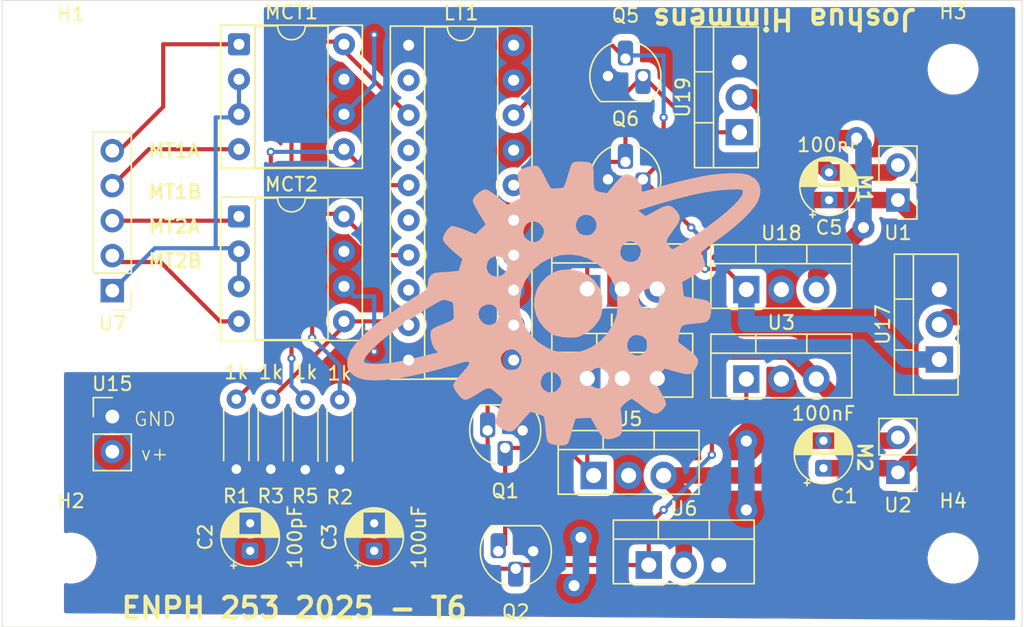
<source format=kicad_pcb>
(kicad_pcb (version 20241229) (generator "pcbnew") (generator_version "9.0")
  (layers (0 "F.Cu" signal) (2 "B.Cu" signal) (13 "F.Paste" user) (15 "B.Paste" user) (5 "F.SilkS" user "F.Silkscreen") (7 "B.SilkS" user "B.Silkscreen") (1 "F.Mask" user) (3 "B.Mask" user) (25 "Edge.Cuts" user))
  (net 0 "")
  (net 1 "/H_bridge1/M+")
  (net 2 "/H_bridge1/M-")
  (net 3 "Net-(LT1-INPUT_3)")
  (net 4 "/H bridge Protection1/IN_{forward}")
  (net 5 "Net-(LT1-INPUT_4)")
  (net 6 "Net-(MCT1-Anode_A)")
  (net 7 "/H_bridge/M-")
  (net 8 "/H_bridge/M+")
  (net 9 "Net-(MCT1-Cathode_A)")
  (net 10 "/H bridge Protection1/IN_{reverse}")
  (net 11 "Net-(LT1-INPUT_2)")
  (net 12 "Net-(LT1-INPUT_1)")
  (net 13 "Net-(MCT1-Anode_B)")
  (net 14 "Net-(MCT2-Anode_B)")
  (net 15 "/H bridge Protection/IN_{forward}")
  (net 16 "/H bridge Protection/IN_{reverse}")
  (net 17 "Net-(MCT2-Anode_A)")
  (net 18 "12V")
  (net 23 "GND")
  (footprint "Package_TO_SOT_THT:TO-92_HandSolder" (layer "F.Cu") (at 57.54 56.5 180)
    (property "Reference" "Q2" (at 1.27 -4.4 0) (layer "F.SilkS"))
    (property "Value" "VN2222LLRLRAG")
    (pad "1" thru_hole rect (at 0 0 180) (size 1.1 1.8) (drill 0.75 (offset 0 0.4)) (layers "*.Cu" "*.Mask") (net 23 "GND"))
    (pad "2" thru_hole roundrect (at 1.27 -1.27 180) (size 1.1 1.8) (drill 0.75 (offset 0 -0.4)) (layers "*.Cu" "*.Mask") (net 10 "/H bridge Protection1/IN_{reverse}"))
    (pad "3" thru_hole roundrect (at 2.54 0 180) (size 1.1 1.8) (drill 0.75 (offset 0 0.4)) (layers "*.Cu" "*.Mask") (net 4 "/H bridge Protection1/IN_{forward}"))
  )
  (footprint "Package_TO_SOT_THT:TO-220-3_Vertical" (layer "F.Cu") (at 87 42.58 90)
    (property "Reference" "U17" (at 2.54 -4.1 90) (layer "F.SilkS"))
    (property "Value" "IRFZ44EPBF")
    (pad "1" thru_hole rect (at 0 0 90) (size 1.905 2) (drill 1.1) (layers "*.Cu" "*.Mask") (net 15 "/H bridge Protection/IN_{forward}"))
    (pad "2" thru_hole oval (at 2.54 0 90) (size 1.905 2) (drill 1.1) (layers "*.Cu" "*.Mask") (net 8 "/H_bridge/M+"))
    (pad "3" thru_hole oval (at 5.08 0 90) (size 1.905 2) (drill 1.1) (layers "*.Cu" "*.Mask") (net 23 "GND"))
  )
  (footprint "Package_TO_SOT_THT:TO-92_HandSolder" (layer "F.Cu") (at 62.96 22)
    (property "Reference" "Q5" (at 1.27 -4.4 0) (layer "F.SilkS"))
    (property "Value" "VN2222LLRLRAG")
    (pad "1" thru_hole rect (at 0 0) (size 1.1 1.8) (drill 0.75 (offset 0 0.4)) (layers "*.Cu" "*.Mask") (net 23 "GND"))
    (pad "2" thru_hole roundrect (at 1.27 -1.27) (size 1.1 1.8) (drill 0.75 (offset 0 -0.4)) (layers "*.Cu" "*.Mask") (net 15 "/H bridge Protection/IN_{forward}"))
    (pad "3" thru_hole roundrect (at 2.54 0) (size 1.1 1.8) (drill 0.75 (offset 0 0.4)) (layers "*.Cu" "*.Mask") (net 16 "/H bridge Protection/IN_{reverse}"))
  )
  (footprint "Package_TO_SOT_THT:TO-220-3_Vertical" (layer "F.Cu") (at 61.46 43.95)
    (property "Reference" "U4" (at 2.54 -4.1 0) (layer "F.SilkS"))
    (property "Value" "IRFZ44EPBF")
    (pad "1" thru_hole rect (at 0 0) (size 1.905 2) (drill 1.1) (layers "*.Cu" "*.Mask") (net 4 "/H bridge Protection1/IN_{forward}"))
    (pad "2" thru_hole oval (at 2.54 0) (size 1.905 2) (drill 1.1) (layers "*.Cu" "*.Mask") (net 1 "/H_bridge1/M+"))
    (pad "3" thru_hole oval (at 5.08 0) (size 1.905 2) (drill 1.1) (layers "*.Cu" "*.Mask") (net 23 "GND"))
  )
  (footprint "Package_DIP:DIP-8_W7.62mm_Socket" (layer "F.Cu") (at 36.19 19.69)
    (property "Reference" "MCT1" (at 3.81 -2.33 0) (layer "F.SilkS"))
    (property "Value" "~")
    (pad "1" thru_hole roundrect (at 0 0) (size 1.6 1.6) (drill 0.8) (layers "*.Cu" "*.Mask") (roundrect_rratio 0.15625) (net 6 "Net-(MCT1-Anode_A)"))
    (pad "2" thru_hole circle (at 0 2.54) (size 1.6 1.6) (drill 0.8) (layers "*.Cu" "*.Mask") (net 9 "Net-(MCT1-Cathode_A)"))
    (pad "3" thru_hole circle (at 0 5.08) (size 1.6 1.6) (drill 0.8) (layers "*.Cu" "*.Mask") (net 9 "Net-(MCT1-Cathode_A)"))
    (pad "4" thru_hole circle (at 0 7.62) (size 1.6 1.6) (drill 0.8) (layers "*.Cu" "*.Mask") (net 13 "Net-(MCT1-Anode_B)"))
    (pad "5" thru_hole circle (at 7.62 7.62) (size 1.6 1.6) (drill 0.8) (layers "*.Cu" "*.Mask") (net 11 "Net-(LT1-INPUT_2)"))
    (pad "6" thru_hole circle (at 7.62 5.08) (size 1.6 1.6) (drill 0.8) (layers "*.Cu" "*.Mask") (net 18 "12V"))
    (pad "7" thru_hole circle (at 7.62 2.54) (size 1.6 1.6) (drill 0.8) (layers "*.Cu" "*.Mask") (net 18 "12V"))
    (pad "8" thru_hole circle (at 7.62 0) (size 1.6 1.6) (drill 0.8) (layers "*.Cu" "*.Mask") (net 12 "Net-(LT1-INPUT_1)"))
  )
  (footprint "Package_DIP:DIP-8_W7.62mm_Socket" (layer "F.Cu") (at 36.19 32.19)
    (property "Reference" "MCT2" (at 3.81 -2.33 0) (layer "F.SilkS"))
    (property "Value" "~")
    (pad "1" thru_hole roundrect (at 0 0) (size 1.6 1.6) (drill 0.8) (layers "*.Cu" "*.Mask") (roundrect_rratio 0.15625) (net 17 "Net-(MCT2-Anode_A)"))
    (pad "2" thru_hole circle (at 0 2.54) (size 1.6 1.6) (drill 0.8) (layers "*.Cu" "*.Mask") (net 9 "Net-(MCT1-Cathode_A)"))
    (pad "3" thru_hole circle (at 0 5.08) (size 1.6 1.6) (drill 0.8) (layers "*.Cu" "*.Mask") (net 9 "Net-(MCT1-Cathode_A)"))
    (pad "4" thru_hole circle (at 0 7.62) (size 1.6 1.6) (drill 0.8) (layers "*.Cu" "*.Mask") (net 14 "Net-(MCT2-Anode_B)"))
    (pad "5" thru_hole circle (at 7.62 7.62) (size 1.6 1.6) (drill 0.8) (layers "*.Cu" "*.Mask") (net 5 "Net-(LT1-INPUT_4)"))
    (pad "6" thru_hole circle (at 7.62 5.08) (size 1.6 1.6) (drill 0.8) (layers "*.Cu" "*.Mask") (net 18 "12V"))
    (pad "7" thru_hole circle (at 7.62 2.54) (size 1.6 1.6) (drill 0.8) (layers "*.Cu" "*.Mask") (net 18 "12V"))
    (pad "8" thru_hole circle (at 7.62 0) (size 1.6 1.6) (drill 0.8) (layers "*.Cu" "*.Mask") (net 3 "Net-(LT1-INPUT_3)"))
  )
  (footprint "Connector_PinHeader_2.54mm:PinHeader_1x02_P2.54mm_Vertical" (layer "F.Cu") (at 27 46.725)
    (property "Reference" "U15" (at 0 -2.38 0) (layer "F.SilkS"))
    (property "Value" "POWER")
    (pad "1" thru_hole rect (at 0 0) (size 1.7 1.7) (drill 1) (layers "*.Cu" "*.Mask") (net 23 "GND"))
    (pad "2" thru_hole circle (at 0 2.54) (size 1.7 1.7) (drill 1) (layers "*.Cu" "*.Mask") (net 18 "12V"))
  )
  (footprint "Package_TO_SOT_THT:TO-220-3_Vertical" (layer "F.Cu") (at 73 37.5)
    (property "Reference" "U18" (at 2.54 -4.1 0) (layer "F.SilkS"))
    (property "Value" "IRFZ44EPBF")
    (pad "1" thru_hole rect (at 0 0) (size 1.905 2) (drill 1.1) (layers "*.Cu" "*.Mask") (net 15 "/H bridge Protection/IN_{forward}"))
    (pad "2" thru_hole oval (at 2.54 0) (size 1.905 2) (drill 1.1) (layers "*.Cu" "*.Mask") (net 18 "12V"))
    (pad "3" thru_hole oval (at 5.08 0) (size 1.905 2) (drill 1.1) (layers "*.Cu" "*.Mask") (net 7 "/H_bridge/M-"))
  )
  (footprint "Resistor_THT:R_Axial_DIN0204_L3.6mm_D1.6mm_P5.08mm_Horizontal" (layer "F.Cu") (at 38.5 45.46 -90)
    (property "Reference" "R3" (at 7.04 0 180) (layer "F.SilkS"))
    (property "Value" "1k" (at -1.96 0 180) (layer "F.SilkS"))
    (pad "1" thru_hole circle (at 0 0 270) (size 1.4 1.4) (drill 0.7) (layers "*.Cu" "*.Mask") (net 5 "Net-(LT1-INPUT_4)"))
    (pad "2" thru_hole circle (at 5.08 0 270) (size 1.4 1.4) (drill 0.7) (layers "*.Cu" "*.Mask") (net 23 "GND"))
  )
  (footprint "Package_TO_SOT_THT:TO-220-3_Vertical" (layer "F.Cu") (at 72.5 26.08 90)
    (property "Reference" "U19" (at 2.54 -4.1 90) (layer "F.SilkS"))
    (property "Value" "IRFZ44EPBF")
    (pad "1" thru_hole rect (at 0 0 90) (size 1.905 2) (drill 1.1) (layers "*.Cu" "*.Mask") (net 16 "/H bridge Protection/IN_{reverse}"))
    (pad "2" thru_hole oval (at 2.54 0 90) (size 1.905 2) (drill 1.1) (layers "*.Cu" "*.Mask") (net 7 "/H_bridge/M-"))
    (pad "3" thru_hole oval (at 5.08 0 90) (size 1.905 2) (drill 1.1) (layers "*.Cu" "*.Mask") (net 23 "GND"))
  )
  (footprint "MountingHole:MountingHole_3.2mm_M3" (layer "F.Cu") (at 88 57)
    (property "Reference" "H4" (at 0 -4.15 0) (layer "F.SilkS"))
    (property "Value" "MountingHole")
    (pad "" np_thru_hole circle (at 0 0) (size 3.2 3.2) (drill 3.2) (layers "*.Cu" "*.Mask"))
  )
  (footprint "Capacitor_THT:CP_Radial_D4.0mm_P2.00mm" (layer "F.Cu") (at 78.5988 50.4726 90)
    (property "Reference" "C1" (at -2.0274 1.5 180) (layer "F.SilkS"))
    (property "Value" "100nF" (at 3.9726 0 180) (layer "F.SilkS"))
    (pad "1" thru_hole roundrect (at 0 0 90) (size 1.2 1.2) (drill 0.6) (layers "*.Cu" "*.Mask") (roundrect_rratio 0.208333) (net 1 "/H_bridge1/M+"))
    (pad "2" thru_hole circle (at 2 0 90) (size 1.2 1.2) (drill 0.6) (layers "*.Cu" "*.Mask") (net 2 "/H_bridge1/M-"))
  )
  (footprint "Connector_PinHeader_2.54mm:PinHeader_1x02_P2.54mm_Vertical" (layer "F.Cu") (at 84 50.775 180)
    (property "Reference" "U2" (at 0 -2.38 0) (layer "F.SilkS"))
    (property "Value" "~")
    (pad "1" thru_hole rect (at 0 0 180) (size 1.7 1.7) (drill 1) (layers "*.Cu" "*.Mask") (net 1 "/H_bridge1/M+"))
    (pad "2" thru_hole circle (at 0 2.54 180) (size 1.7 1.7) (drill 1) (layers "*.Cu" "*.Mask") (net 2 "/H_bridge1/M-"))
  )
  (footprint "Package_TO_SOT_THT:TO-220-3_Vertical" (layer "F.Cu") (at 61.46 37.45)
    (property "Reference" "U16" (at 2.54 -4.1 0) (layer "F.SilkS"))
    (property "Value" "IRFZ44EPBF")
    (pad "1" thru_hole rect (at 0 0) (size 1.905 2) (drill 1.1) (layers "*.Cu" "*.Mask") (net 16 "/H bridge Protection/IN_{reverse}"))
    (pad "2" thru_hole oval (at 2.54 0) (size 1.905 2) (drill 1.1) (layers "*.Cu" "*.Mask") (net 18 "12V"))
    (pad "3" thru_hole oval (at 5.08 0) (size 1.905 2) (drill 1.1) (layers "*.Cu" "*.Mask") (net 8 "/H_bridge/M+"))
  )
  (footprint "Package_TO_SOT_THT:TO-92_HandSolder" (layer "F.Cu") (at 56.77 47.73 180)
    (property "Reference" "Q1" (at 1.27 -4.4 0) (layer "F.SilkS"))
    (property "Value" "VN2222LLRLRAG")
    (pad "1" thru_hole rect (at 0 0 180) (size 1.1 1.8) (drill 0.75 (offset 0 0.4)) (layers "*.Cu" "*.Mask") (net 23 "GND"))
    (pad "2" thru_hole roundrect (at 1.27 -1.27 180) (size 1.1 1.8) (drill 0.75 (offset 0 -0.4)) (layers "*.Cu" "*.Mask") (net 4 "/H bridge Protection1/IN_{forward}"))
    (pad "3" thru_hole roundrect (at 2.54 0 180) (size 1.1 1.8) (drill 0.75 (offset 0 0.4)) (layers "*.Cu" "*.Mask") (net 10 "/H bridge Protection1/IN_{reverse}"))
  )
  (footprint "Connector_PinHeader_2.54mm:PinHeader_1x02_P2.54mm_Vertical" (layer "F.Cu") (at 84 31 180)
    (property "Reference" "U1" (at 0 -2.38 0) (layer "F.SilkS"))
    (property "Value" "~")
    (pad "1" thru_hole rect (at 0 0 180) (size 1.7 1.7) (drill 1) (layers "*.Cu" "*.Mask") (net 8 "/H_bridge/M+"))
    (pad "2" thru_hole circle (at 0 2.54 180) (size 1.7 1.7) (drill 1) (layers "*.Cu" "*.Mask") (net 7 "/H_bridge/M-"))
  )
  (footprint "Capacitor_THT:CP_Radial_D4.0mm_P2.00mm" (layer "F.Cu") (at 37 56.4726 90)
    (property "Reference" "C2" (at 1 -3.25 90) (layer "F.SilkS"))
    (property "Value" "100pF" (at 1 3.25 90) (layer "F.SilkS"))
    (pad "1" thru_hole roundrect (at 0 0 90) (size 1.2 1.2) (drill 0.6) (layers "*.Cu" "*.Mask") (roundrect_rratio 0.208333) (net 18 "12V"))
    (pad "2" thru_hole circle (at 2 0 90) (size 1.2 1.2) (drill 0.6) (layers "*.Cu" "*.Mask") (net 23 "GND"))
  )
  (footprint "MountingHole:MountingHole_3.2mm_M3" (layer "F.Cu") (at 24 57)
    (property "Reference" "H2" (at 0 -4.15 0) (layer "F.SilkS"))
    (property "Value" "MountingHole")
    (pad "" np_thru_hole circle (at 0 0) (size 3.2 3.2) (drill 3.2) (layers "*.Cu" "*.Mask"))
  )
  (footprint "Resistor_THT:R_Axial_DIN0204_L3.6mm_D1.6mm_P5.08mm_Horizontal" (layer "F.Cu") (at 36 45.46 -90)
    (property "Reference" "R1" (at 7.04 0 0) (layer "F.SilkS"))
    (property "Value" "1k" (at -1.96 0 0) (layer "F.SilkS"))
    (pad "1" thru_hole circle (at 0 0 270) (size 1.4 1.4) (drill 0.7) (layers "*.Cu" "*.Mask") (net 11 "Net-(LT1-INPUT_2)"))
    (pad "2" thru_hole circle (at 5.08 0 270) (size 1.4 1.4) (drill 0.7) (layers "*.Cu" "*.Mask") (net 23 "GND"))
  )
  (footprint "Capacitor_THT:CP_Radial_D4.0mm_P2.00mm" (layer "F.Cu") (at 79 31 90)
    (property "Reference" "C5" (at -2 0 0) (layer "F.SilkS"))
    (property "Value" "100nF" (at 4 0 0) (layer "F.SilkS"))
    (pad "1" thru_hole roundrect (at 0 0 90) (size 1.2 1.2) (drill 0.6) (layers "*.Cu" "*.Mask") (roundrect_rratio 0.208333) (net 8 "/H_bridge/M+"))
    (pad "2" thru_hole circle (at 2 0 90) (size 1.2 1.2) (drill 0.6) (layers "*.Cu" "*.Mask") (net 7 "/H_bridge/M-"))
  )
  (footprint "Resistor_THT:R_Axial_DIN0204_L3.6mm_D1.6mm_P5.08mm_Horizontal" (layer "F.Cu") (at 41 45.5 -90)
    (property "Reference" "R5" (at 7 0 0) (layer "F.SilkS"))
    (property "Value" "1k" (at -2 0 0) (layer "F.SilkS"))
    (pad "1" thru_hole circle (at 0 0 270) (size 1.4 1.4) (drill 0.7) (layers "*.Cu" "*.Mask") (net 12 "Net-(LT1-INPUT_1)"))
    (pad "2" thru_hole circle (at 5.08 0 270) (size 1.4 1.4) (drill 0.7) (layers "*.Cu" "*.Mask") (net 23 "GND"))
  )
  (footprint "MountingHole:MountingHole_3.2mm_M3" (layer "F.Cu") (at 88 21.5)
    (property "Reference" "H3" (at 0 -4.15 0) (layer "F.SilkS"))
    (property "Value" "MountingHole")
    (pad "" np_thru_hole circle (at 0 0) (size 3.2 3.2) (drill 3.2) (layers "*.Cu" "*.Mask"))
  )
  (footprint "Package_TO_SOT_THT:TO-220-3_Vertical" (layer "F.Cu") (at 61.92 51)
    (property "Reference" "U5" (at 2.54 -4.1 0) (layer "F.SilkS"))
    (property "Value" "IRFZ44EPBF")
    (pad "1" thru_hole rect (at 0 0) (size 1.905 2) (drill 1.1) (layers "*.Cu" "*.Mask") (net 4 "/H bridge Protection1/IN_{forward}"))
    (pad "2" thru_hole oval (at 2.54 0) (size 1.905 2) (drill 1.1) (layers "*.Cu" "*.Mask") (net 18 "12V"))
    (pad "3" thru_hole oval (at 5.08 0) (size 1.905 2) (drill 1.1) (layers "*.Cu" "*.Mask") (net 2 "/H_bridge1/M-"))
  )
  (footprint "MountingHole:MountingHole_3.2mm_M3" (layer "F.Cu") (at 24 21.5)
    (property "Reference" "H1" (at 0 -4 0) (layer "F.SilkS"))
    (property "Value" "MountingHole")
    (pad "" np_thru_hole circle (at 0 0) (size 3.2 3.2) (drill 3.2) (layers "*.Cu" "*.Mask"))
  )
  (footprint "Package_DIP:DIP-20_W7.62mm_Socket" (layer "F.Cu") (at 48.5 19.76)
    (property "Reference" "LT1" (at 3.81 -2.33 0) (layer "F.SilkS"))
    (property "Value" "~")
    (pad "1" thru_hole roundrect (at 0 0) (size 1.6 1.6) (drill 0.8) (layers "*.Cu" "*.Mask") (roundrect_rratio 0.15625) (net 23 "GND"))
    (pad "2" thru_hole circle (at 0 2.54) (size 1.6 1.6) (drill 0.8) (layers "*.Cu" "*.Mask"))
    (pad "3" thru_hole circle (at 0 5.08) (size 1.6 1.6) (drill 0.8) (layers "*.Cu" "*.Mask") (net 12 "Net-(LT1-INPUT_1)"))
    (pad "4" thru_hole circle (at 0 7.62) (size 1.6 1.6) (drill 0.8) (layers "*.Cu" "*.Mask"))
    (pad "5" thru_hole circle (at 0 10.16) (size 1.6 1.6) (drill 0.8) (layers "*.Cu" "*.Mask") (net 11 "Net-(LT1-INPUT_2)"))
    (pad "6" thru_hole circle (at 0 12.7) (size 1.6 1.6) (drill 0.8) (layers "*.Cu" "*.Mask"))
    (pad "7" thru_hole circle (at 0 15.24) (size 1.6 1.6) (drill 0.8) (layers "*.Cu" "*.Mask") (net 3 "Net-(LT1-INPUT_3)"))
    (pad "8" thru_hole circle (at 0 17.78) (size 1.6 1.6) (drill 0.8) (layers "*.Cu" "*.Mask"))
    (pad "9" thru_hole circle (at 0 20.32) (size 1.6 1.6) (drill 0.8) (layers "*.Cu" "*.Mask") (net 5 "Net-(LT1-INPUT_4)"))
    (pad "10" thru_hole circle (at 0 22.86) (size 1.6 1.6) (drill 0.8) (layers "*.Cu" "*.Mask") (net 23 "GND"))
    (pad "11" thru_hole circle (at 7.62 22.86) (size 1.6 1.6) (drill 0.8) (layers "*.Cu" "*.Mask") (net 18 "12V"))
    (pad "12" thru_hole circle (at 7.62 20.32) (size 1.6 1.6) (drill 0.8) (layers "*.Cu" "*.Mask") (net 10 "/H bridge Protection1/IN_{reverse}"))
    (pad "13" thru_hole circle (at 7.62 17.78) (size 1.6 1.6) (drill 0.8) (layers "*.Cu" "*.Mask") (net 18 "12V"))
    (pad "14" thru_hole circle (at 7.62 15.24) (size 1.6 1.6) (drill 0.8) (layers "*.Cu" "*.Mask") (net 4 "/H bridge Protection1/IN_{forward}"))
    (pad "15" thru_hole circle (at 7.62 12.7) (size 1.6 1.6) (drill 0.8) (layers "*.Cu" "*.Mask") (net 18 "12V"))
    (pad "16" thru_hole circle (at 7.62 10.16) (size 1.6 1.6) (drill 0.8) (layers "*.Cu" "*.Mask") (net 16 "/H bridge Protection/IN_{reverse}"))
    (pad "17" thru_hole circle (at 7.62 7.62) (size 1.6 1.6) (drill 0.8) (layers "*.Cu" "*.Mask") (net 18 "12V"))
    (pad "18" thru_hole circle (at 7.62 5.08) (size 1.6 1.6) (drill 0.8) (layers "*.Cu" "*.Mask") (net 15 "/H bridge Protection/IN_{forward}"))
    (pad "19" thru_hole circle (at 7.62 2.54) (size 1.6 1.6) (drill 0.8) (layers "*.Cu" "*.Mask") (net 18 "12V"))
    (pad "20" thru_hole circle (at 7.62 0) (size 1.6 1.6) (drill 0.8) (layers "*.Cu" "*.Mask") (net 18 "12V"))
  )
  (footprint "Package_TO_SOT_THT:TO-220-3_Vertical" (layer "F.Cu") (at 73 44)
    (property "Reference" "U3" (at 2.54 -4.1 0) (layer "F.SilkS"))
    (property "Value" "IRFZ44EPBF")
    (pad "1" thru_hole rect (at 0 0) (size 1.905 2) (drill 1.1) (layers "*.Cu" "*.Mask") (net 10 "/H bridge Protection1/IN_{reverse}"))
    (pad "2" thru_hole oval (at 2.54 0) (size 1.905 2) (drill 1.1) (layers "*.Cu" "*.Mask") (net 18 "12V"))
    (pad "3" thru_hole oval (at 5.08 0) (size 1.905 2) (drill 1.1) (layers "*.Cu" "*.Mask") (net 1 "/H_bridge1/M+"))
  )
  (footprint "Package_TO_SOT_THT:TO-92_HandSolder" (layer "F.Cu") (at 62.96 29.5)
    (property "Reference" "Q6" (at 1.27 -4.4 0) (layer "F.SilkS"))
    (property "Value" "VN2222LLRLRAG")
    (pad "1" thru_hole rect (at 0 0) (size 1.1 1.8) (drill 0.75 (offset 0 0.4)) (layers "*.Cu" "*.Mask") (net 23 "GND"))
    (pad "2" thru_hole roundrect (at 1.27 -1.27) (size 1.1 1.8) (drill 0.75 (offset 0 -0.4)) (layers "*.Cu" "*.Mask") (net 16 "/H bridge Protection/IN_{reverse}"))
    (pad "3" thru_hole roundrect (at 2.54 0) (size 1.1 1.8) (drill 0.75 (offset 0 0.4)) (layers "*.Cu" "*.Mask") (net 15 "/H bridge Protection/IN_{forward}"))
  )
  (footprint "Package_TO_SOT_THT:TO-220-3_Vertical" (layer "F.Cu") (at 65.92 57.5)
    (property "Reference" "U6" (at 2.54 -4.1 0) (layer "F.SilkS"))
    (property "Value" "IRFZ44EPBF")
    (pad "1" thru_hole rect (at 0 0) (size 1.905 2) (drill 1.1) (layers "*.Cu" "*.Mask") (net 10 "/H bridge Protection1/IN_{reverse}"))
    (pad "2" thru_hole oval (at 2.54 0) (size 1.905 2) (drill 1.1) (layers "*.Cu" "*.Mask") (net 2 "/H_bridge1/M-"))
    (pad "3" thru_hole oval (at 5.08 0) (size 1.905 2) (drill 1.1) (layers "*.Cu" "*.Mask") (net 23 "GND"))
  )
  (footprint "Connector_PinHeader_2.54mm:PinHeader_1x05_P2.54mm_Vertical" (layer "F.Cu") (at 27 37.58 180)
    (property "Reference" "U7" (at 0 -2.38 0) (layer "F.SilkS"))
    (property "Value" "~")
    (pad "1" thru_hole rect (at 0 0 180) (size 1.7 1.7) (drill 1) (layers "*.Cu" "*.Mask") (net 9 "Net-(MCT1-Cathode_A)"))
    (pad "2" thru_hole circle (at 0 2.54 180) (size 1.7 1.7) (drill 1) (layers "*.Cu" "*.Mask") (net 14 "Net-(MCT2-Anode_B)"))
    (pad "3" thru_hole circle (at 0 5.08 180) (size 1.7 1.7) (drill 1) (layers "*.Cu" "*.Mask") (net 17 "Net-(MCT2-Anode_A)"))
    (pad "4" thru_hole circle (at 0 7.62 180) (size 1.7 1.7) (drill 1) (layers "*.Cu" "*.Mask") (net 13 "Net-(MCT1-Anode_B)"))
    (pad "5" thru_hole circle (at 0 10.16 180) (size 1.7 1.7) (drill 1) (layers "*.Cu" "*.Mask") (net 6 "Net-(MCT1-Anode_A)"))
  )
  (footprint "Capacitor_THT:CP_Radial_D4.0mm_P2.00mm" (layer "F.Cu") (at 46 56.4726 90)
    (property "Reference" "C3" (at 1 -3.25 90) (layer "F.SilkS"))
    (property "Value" "100uF" (at 1 3.25 90) (layer "F.SilkS"))
    (pad "1" thru_hole roundrect (at 0 0 90) (size 1.2 1.2) (drill 0.6) (layers "*.Cu" "*.Mask") (roundrect_rratio 0.208333) (net 18 "12V"))
    (pad "2" thru_hole circle (at 2 0 90) (size 1.2 1.2) (drill 0.6) (layers "*.Cu" "*.Mask") (net 23 "GND"))
  )
  (footprint "Resistor_THT:R_Axial_DIN0204_L3.6mm_D1.6mm_P5.08mm_Horizontal" (layer "F.Cu") (at 43.5 45.5 -90)
    (property "Reference" "R2" (at 7.08 0 180) (layer "F.SilkS"))
    (property "Value" "1k" (at -1.92 0 180) (layer "F.SilkS"))
    (pad "1" thru_hole circle (at 0 0 270) (size 1.4 1.4) (drill 0.7) (layers "*.Cu" "*.Mask") (net 3 "Net-(LT1-INPUT_3)"))
    (pad "2" thru_hole circle (at 5.08 0 270) (size 1.4 1.4) (drill 0.7) (layers "*.Cu" "*.Mask") (net 23 "GND"))
  )
  (footprint "LOGO" (layer "B.Cu") (at 59 38.5 180)
    (property "Reference" "G***" (hide yes))
    (property "Value" "LOGO" (hide yes))
  )
  (gr_rect (start 19 16.5) (end 93 62) (stroke (width 0.05)) (fill no) (layer "Edge.Cuts"))
  (gr_text "v+" (at 29 50 0) (layer "F.SilkS") (effects (font (size 1 1) (thickness 0.1)) (justify left bottom)))
  (gr_text "M2" (at 81 48.5 270) (layer "F.SilkS") (effects (font (size 1 1) (thickness 0.2) (bold yes)) (justify left bottom)))
  (gr_text "MT1B" (at 29.5 31 0) (layer "F.SilkS") (effects (font (size 1 1) (thickness 0.1875)) (justify left bottom)))
  (gr_text "Joshua Himmens" (at 85.5 17 180) (layer "F.SilkS") (effects (font (size 1.5 1.5) (thickness 0.3) (bold yes)) (justify left bottom)))
  (gr_text "MT2B" (at 29.5 36 0) (layer "F.SilkS") (effects (font (size 1 1) (thickness 0.1875)) (justify left bottom)))
  (gr_text "M1" (at 81 29 270) (layer "F.SilkS") (effects (font (size 1 1) (thickness 0.2) (bold yes)) (justify left bottom)))
  (gr_text "ENPH 253 2025 - T6\n" (at 27.5 61.5 0) (layer "F.SilkS") (effects (font (size 1.5 1.5) (thickness 0.3) (bold yes)) (justify left bottom)))
  (gr_text "GND" (at 28.5 47.5 0) (layer "F.SilkS") (effects (font (size 1 1) (thickness 0.1)) (justify left bottom)))
  (gr_text "MT1A" (at 29.5 28 0) (layer "F.SilkS") (effects (font (size 1 1) (thickness 0.1875)) (justify left bottom)))
  (gr_text "MT2A" (at 29.5 33.5 0) (layer "F.SilkS") (effects (font (size 1 1) (thickness 0.1875)) (justify left bottom)))
  (segment (start 78.5988 50.4726) (end 83.6976 50.4726) (width 1.2) (layer "F.Cu") (net 1))
  (segment (start 65.5 42) (end 76.08 42) (width 1.2) (layer "F.Cu") (net 1))
  (segment (start 87 47.775) (end 84 50.775) (width 1.2) (layer "F.Cu") (net 1))
  (segment (start 80.08 46) (end 87 46) (width 1.2) (layer "F.Cu") (net 1))
  (segment (start 78.08 44) (end 80.08 46) (width 1.2) (layer "F.Cu") (net 1))
  (segment (start 64 43.5) (end 65.5 42) (width 1.2) (layer "F.Cu") (net 1))
  (segment (start 83.6976 50.4726) (end 84 50.775) (width 1.2) (layer "F.Cu") (net 1))
  (segment (start 76.08 42) (end 78.08 44) (width 1.2) (layer "F.Cu") (net 1))
  (segment (start 64 43.95) (end 64 43.5) (width 1.2) (layer "F.Cu") (net 1))
  (segment (start 87 46) (end 87 47.775) (width 1.2) (layer "F.Cu") (net 1))
  (segment (start 76.5274 48.4726) (end 78.5988 48.4726) (width 1.2) (layer "F.Cu") (net 2))
  (segment (start 78.5988 48.4726) (end 83.7624 48.4726) (width 1.2) (layer "F.Cu") (net 2))
  (segment (start 68.46 52.46) (end 67 51) (width 1.2) (layer "F.Cu") (net 2))
  (segment (start 83.7624 48.4726) (end 84 48.235) (width 1.2) (layer "F.Cu") (net 2))
  (segment (start 67 51) (end 74 51) (width 1.2) (layer "F.Cu") (net 2))
  (segment (start 74 51) (end 76.5274 48.4726) (width 1.2) (layer "F.Cu") (net 2))
  (segment (start 68.46 57.5) (end 68.46 52.46) (width 1.2) (layer "F.Cu") (net 2))
  (segment (start 41.5 41) (end 41.5 32) (width 0.3) (layer "F.Cu") (net 3))
  (segment (start 43.81 32.19) (end 46.62 35) (width 0.3) (layer "F.Cu") (net 3))
  (segment (start 41.5 32) (end 43.62 32) (width 0.3) (layer "F.Cu") (net 3))
  (segment (start 43.62 32) (end 43.81 32.19) (width 0.3) (layer "F.Cu") (net 3))
  (segment (start 46.62 35) (end 48.5 35) (width 0.3) (layer "F.Cu") (net 3))
  (via (at 41.5 41) (size 0.6) (drill 0.3) (layers "F.Cu" "B.Cu") (net 3))
  (segment (start 43.5 45.5) (end 43.5 43) (width 0.3) (layer "B.Cu") (net 3))
  (segment (start 43.5 43) (end 41.5 41) (width 0.3) (layer "B.Cu") (net 3))
  (segment (start 61.46 43.95) (end 59 41.49) (width 0.3) (layer "F.Cu") (net 4))
  (segment (start 61.92 51) (end 61.46 50.54) (width 0.3) (layer "F.Cu") (net 4))
  (segment (start 61.46 50.54) (end 61.46 43.95) (width 0.3) (layer "F.Cu") (net 4))
  (segment (start 55.5 56) (end 55.5 49) (width 0.3) (layer "F.Cu") (net 4))
  (segment (start 56.5 35) (end 56.12 35) (width 0.3) (layer "F.Cu") (net 4))
  (segment (start 55 56.5) (end 55.5 56) (width 0.3) (layer "F.Cu") (net 4))
  (segment (start 59 37.5) (end 56.5 35) (width 0.3) (layer "F.Cu") (net 4))
  (segment (start 55.5 49) (end 59.92 49) (width 0.3) (layer "F.Cu") (net 4))
  (segment (start 59.92 49) (end 61.92 51) (width 0.3) (layer "F.Cu") (net 4))
  (segment (start 59 41.49) (end 59 37.5) (width 0.3) (layer "F.Cu") (net 4))
  (segment (start 48.5 40.446339) (end 48.5 40.08) (width 0.3) (layer "F.Cu") (net 5))
  (segment (start 43.81 40.15) (end 43.81 39.81) (width 0.3) (layer "F.Cu") (net 5))
  (segment (start 43.81 39.81) (end 48.23 39.81) (width 0.3) (layer "F.Cu") (net 5))
  (segment (start 48.23 39.81) (end 48.5 40.08) (width 0.3) (layer "F.Cu") (net 5))
  (segment (start 38.5 45.46) (end 43.81 40.15) (width 0.3) (layer "F.Cu") (net 5))
  (segment (start 30.69 24.23) (end 27.5 27.42) (width 0.3) (layer "F.Cu") (net 6))
  (segment (start 36.19 19.69) (end 30.69 19.69) (width 0.3) (layer "F.Cu") (net 6))
  (segment (start 30.69 19.69) (end 30.69 24.23) (width 0.3) (layer "F.Cu") (net 6))
  (segment (start 83.46 29) (end 84 28.46) (width 1.2) (layer "F.Cu") (net 7))
  (segment (start 81 26.5) (end 78 26.5) (width 1.2) (layer "F.Cu") (net 7))
  (segment (start 77.25 27.25) (end 79 29) (width 1.2) (layer "F.Cu") (net 7))
  (segment (start 73.54 23.54) (end 77.25 27.25) (width 1.2) (layer "F.Cu") (net 7))
  (segment (start 79 29) (end 83.46 29) (width 1.2) (layer "F.Cu") (net 7))
  (segment (start 72.5 23.54) (end 73.54 23.54) (width 1.2) (layer "F.Cu") (net 7))
  (segment (start 78.08 37.5) (end 78.08 36.42) (width 1.2) (layer "F.Cu") (net 7))
  (segment (start 78.08 36.42) (end 81.5 33) (width 1.2) (layer "F.Cu") (net 7))
  (segment (start 78 26.5) (end 77.25 27.25) (width 1.2) (layer "F.Cu") (net 7))
  (via (at 81.5 33) (size 1.6) (drill 0.8) (layers "F.Cu" "B.Cu") (net 7))
  (via (at 81 26.5) (size 1.6) (drill 0.8) (layers "F.Cu" "B.Cu") (net 7))
  (segment (start 81.5 27) (end 81 26.5) (width 1.2) (layer "B.Cu") (net 7))
  (segment (start 81.5 33) (end 81.5 27) (width 1.2) (layer "B.Cu") (net 7))
  (segment (start 84 31) (end 89.5 36.5) (width 1.2) (layer "F.Cu") (net 8))
  (segment (start 87.54 39.5) (end 87 40.04) (width 1.2) (layer "F.Cu") (net 8))
  (segment (start 79 31) (end 72.99 31) (width 1.2) (layer "F.Cu") (net 8))
  (segment (start 89.5 39.5) (end 87.54 39.5) (width 1.2) (layer "F.Cu") (net 8))
  (segment (start 72.99 31) (end 66.54 37.45) (width 1.2) (layer "F.Cu") (net 8))
  (segment (start 84 31) (end 79 31) (width 1.2) (layer "F.Cu") (net 8))
  (segment (start 89.5 36.5) (end 89.5 39.5) (width 1.2) (layer "F.Cu") (net 8))
  (segment (start 35.96 34.5) (end 36.19 34.73) (width 0.3) (layer "B.Cu") (net 9))
  (segment (start 35.96 25) (end 36.19 24.77) (width 0.3) (layer "B.Cu") (net 9))
  (segment (start 34.5 25) (end 35.96 25) (width 0.3) (layer "B.Cu") (net 9))
  (segment (start 30.08 34.5) (end 27 37.58) (width 0.3) (layer "B.Cu") (net 9))
  (segment (start 36.19 37.27) (end 36.19 34.73) (width 0.3) (layer "B.Cu") (net 9))
  (segment (start 36.19 22.23) (end 36.19 24.77) (width 0.3) (layer "B.Cu") (net 9))
  (segment (start 34.5 34.5) (end 30.08 34.5) (width 0.3) (layer "B.Cu") (net 9))
  (segment (start 34.5 32) (end 34.5 25) (width 0.3) (layer "B.Cu") (net 9))
  (segment (start 34.5 34.5) (end 35.96 34.5) (width 0.3) (layer "B.Cu") (net 9))
  (segment (start 34.5 32) (end 34.5 34.5) (width 0.3) (layer "B.Cu") (net 9))
  (segment (start 65.92 57.5) (end 65.92 54.58) (width 0.3) (layer "F.Cu") (net 10))
  (segment (start 56.27 57.77) (end 56.54 57.5) (width 0.3) (layer "F.Cu") (net 10))
  (segment (start 70.5 48.5) (end 73 46) (width 0.3) (layer "F.Cu") (net 10))
  (segment (start 65.92 54.58) (end 67 53.5) (width 0.3) (layer "F.Cu") (net 10))
  (segment (start 70.5 49.5) (end 70.5 48.5) (width 0.3) (layer "F.Cu") (net 10))
  (segment (start 51.5 57.5) (end 54.23 54.77) (width 0.3) (layer "F.Cu") (net 10))
  (segment (start 73 46) (end 73 44) (width 0.3) (layer "F.Cu") (net 10))
  (segment (start 56.54 57.5) (end 65.92 57.5) (width 0.3) (layer "F.Cu") (net 10))
  (segment (start 54.23 54.77) (end 54.23 47.73) (width 0.3) (layer "F.Cu") (net 10))
  (segment (start 54.23 47.73) (end 54.23 41.97) (width 0.3) (layer "F.Cu") (net 10))
  (segment (start 51.77 57.77) (end 51.5 57.5) (width 0.3) (layer "F.Cu") (net 10))
  (segment (start 54.23 41.97) (end 56.12 40.08) (width 0.3) (layer "F.Cu") (net 10))
  (segment (start 56.27 57.77) (end 51.77 57.77) (width 0.3) (layer "F.Cu") (net 10))
  (via (at 67 53.5) (size 0.6) (drill 0.3) (layers "F.Cu" "B.Cu") (net 10))
  (via (at 70.5 49.5) (size 0.6) (drill 0.3) (layers "F.Cu" "B.Cu") (net 10))
  (segment (start 69.5 51) (end 67 53.5) (width 0.3) (layer "B.Cu") (net 10))
  (segment (start 69.5 50.5) (end 69.5 51) (width 0.3) (layer "B.Cu") (net 10))
  (segment (start 70.5 49.5) (end 69.5 50.5) (width 0.3) (layer "B.Cu") (net 10))
  (segment (start 38.5 42.96) (end 38.5 27.5) (width 0.3) (layer "F.Cu") (net 11))
  (segment (start 46.42 29.92) (end 48.5 29.92) (width 0.3) (layer "F.Cu") (net 11))
  (segment (start 43.81 27.31) (end 46.42 29.92) (width 0.3) (layer "F.Cu") (net 11))
  (segment (start 36 45.46) (end 38.5 42.96) (width 0.3) (layer "F.Cu") (net 11))
  (via (at 38.5 27.5) (size 0.6) (drill 0.3) (layers "F.Cu" "B.Cu") (net 11))
  (segment (start 38.5 27.5) (end 43.62 27.5) (width 0.3) (layer "B.Cu") (net 11))
  (segment (start 43.62 27.5) (end 43.81 27.31) (width 0.3) (layer "B.Cu") (net 11))
  (segment (start 43.62 19.5) (end 43.81 19.69) (width 0.3) (layer "F.Cu") (net 12))
  (segment (start 43.81 19.69) (end 43.81 20.15) (width 0.3) (layer "F.Cu") (net 12))
  (segment (start 40 19.5) (end 43.62 19.5) (width 0.3) (layer "F.Cu") (net 12))
  (segment (start 43.81 20.15) (end 48.5 24.84) (width 0.3) (layer "F.Cu") (net 12))
  (segment (start 40 42.5) (end 40 19.5) (width 0.3) (layer "F.Cu") (net 12))
  (via (at 40 42.5) (size 0.6) (drill 0.3) (layers "F.Cu" "B.Cu") (net 12))
  (segment (start 40 44.5) (end 40 42.5) (width 0.3) (layer "B.Cu") (net 12))
  (segment (start 41 45.5) (end 40 44.5) (width 0.3) (layer "B.Cu") (net 12))
  (segment (start 36.19 27.31) (end 29.65 27.31) (width 0.3) (layer "F.Cu") (net 13))
  (segment (start 29.65 27.31) (end 27 29.96) (width 0.3) (layer "F.Cu") (net 13))
  (segment (start 36.19 39.81) (end 34.81 39.81) (width 0.3) (layer "F.Cu") (net 14))
  (segment (start 27.46 35.5) (end 27 35.04) (width 0.3) (layer "F.Cu") (net 14))
  (segment (start 30.5 35.5) (end 27.46 35.5) (width 0.3) (layer "F.Cu") (net 14))
  (segment (start 34.81 39.81) (end 30.5 35.5) (width 0.3) (layer "F.Cu") (net 14))
  (segment (start 65.5 29.5) (end 67 28) (width 0.3) (layer "F.Cu") (net 15))
  (segment (start 59.5 21.46) (end 59.5 18.5) (width 0.3) (layer "F.Cu") (net 15))
  (segment (start 67 28) (end 67 25) (width 0.3) (layer "F.Cu") (net 15))
  (segment (start 70 36) (end 71.5 36) (width 0.3) (layer "F.Cu") (net 15))
  (segment (start 65.5 29.5) (end 69 33) (width 0.3) (layer "F.Cu") (net 15))
  (segment (start 56.12 24.84) (end 59.5 21.46) (width 0.3) (layer "F.Cu") (net 15))
  (segment (start 62 18.5) (end 64.23 20.73) (width 0.3) (layer "F.Cu") (net 15))
  (segment (start 59.5 18.5) (end 62 18.5) (width 0.3) (layer "F.Cu") (net 15))
  (segment (start 71.5 36) (end 73 37.5) (width 0.3) (layer "F.Cu") (net 15))
  (via (at 69 33) (size 0.6) (drill 0.3) (layers "F.Cu" "B.Cu") (net 15))
  (via (at 70 36) (size 0.6) (drill 0.3) (layers "F.Cu" "B.Cu") (net 15))
  (via (at 67 25) (size 0.6) (drill 0.3) (layers "F.Cu" "B.Cu") (net 15))
  (segment (start 67 20.5) (end 64.46 20.5) (width 0.3) (layer "B.Cu") (net 15))
  (segment (start 84.58 42.58) (end 87 42.58) (width 1.2) (layer "B.Cu") (net 15))
  (segment (start 73 40) (end 82 40) (width 1.2) (layer "B.Cu") (net 15))
  (segment (start 67 25) (end 67 20.5) (width 0.3) (layer "B.Cu") (net 15))
  (segment (start 64.46 20.5) (end 64.23 20.73) (width 0.3) (layer "B.Cu") (net 15))
  (segment (start 82 40) (end 84.58 42.58) (width 1.2) (layer "B.Cu") (net 15))
  (segment (start 69 33) (end 70 34) (width 0.3) (layer "B.Cu") (net 15))
  (segment (start 70 34) (end 70 36) (width 0.3) (layer "B.Cu") (net 15))
  (segment (start 73 37.5) (end 73 40) (width 1.2) (layer "B.Cu") (net 15))
  (segment (start 69.58 26.08) (end 72.5 26.08) (width 0.3) (layer "F.Cu") (net 16))
  (segment (start 65.5 22) (end 69.58 26.08) (width 0.3) (layer "F.Cu") (net 16))
  (segment (start 64.23 28.23) (end 64.23 23.27) (width 0.3) (layer "F.Cu") (net 16))
  (segment (start 64.23 23.27) (end 65.5 22) (width 0.3) (layer "F.Cu") (net 16))
  (segment (start 56.12 29.92) (end 57.81 28.23) (width 0.3) (layer "F.Cu") (net 16))
  (segment (start 56.12 29.92) (end 61.46 35.26) (width 0.3) (layer "F.Cu") (net 16))
  (segment (start 57.81 28.23) (end 64.23 28.23) (width 0.3) (layer "F.Cu") (net 16))
  (segment (start 61.46 35.26) (end 61.46 37.45) (width 0.3) (layer "F.Cu") (net 16))
  (segment (start 36.19 32.19) (end 35.88 32.5) (width 0.3) (layer "F.Cu") (net 17))
  (segment (start 35.88 32.5) (end 27 32.5) (width 0.3) (layer "F.Cu") (net 17))
  (via (at 46 19) (size 0.6) (drill 0.3) (layers "F.Cu" "B.Cu") (net 18))
  (via (at 73 48.5) (size 1.6) (drill 0.8) (layers "F.Cu" "B.Cu") (net 18))
  (via (at 46 42) (size 0.6) (drill 0.3) (layers "F.Cu" "B.Cu") (net 18))
  (via (at 73 53.5) (size 1.6) (drill 0.8) (layers "F.Cu" "B.Cu") (net 18))
  (via (at 61 55.5) (size 1.6) (drill 0.8) (layers "F.Cu" "B.Cu") (net 18))
  (via (at 60.5 59) (size 1.6) (drill 0.8) (layers "F.Cu" "B.Cu") (net 18))
  (segment (start 44.54 38) (end 46 38) (width 0.3) (layer "B.Cu") (net 18))
  (segment (start 61 58.5) (end 60.5 59) (width 1.2) (layer "B.Cu") (net 18))
  (segment (start 46 20) (end 46 19) (width 0.3) (layer "B.Cu") (net 18))
  (segment (start 43.81 37.27) (end 44.54 38) (width 0.3) (layer "B.Cu") (net 18))
  (segment (start 61 55.5) (end 61 58.5) (width 1.2) (layer "B.Cu") (net 18))
  (segment (start 43.81 24.77) (end 46 22.58) (width 0.3) (layer "B.Cu") (net 18))
  (segment (start 73 48.5) (end 73 53.5) (width 1.2) (layer "B.Cu") (net 18))
  (segment (start 46 22.58) (end 46 20) (width 0.3) (layer "B.Cu") (net 18))
  (segment (start 46 38) (end 46 42) (width 0.3) (layer "B.Cu") (net 18))
  (zone (net 18) (net_name "12V") (layer "F.Cu") (name "PWR") (connect_pads yes (clearance 0.5)) (min_thickness 0.25) (fill yes (thermal_gap 0.5) (thermal_bridge_width 0.5))
    (polygon (pts (xy 23.5 43.5) (xy 38 43.5) (xy 38 42) (xy 38 17) (xy 93 17) (xy 92.499876 61.511111) (xy 23.5 61)))
  )
  (zone (net 23) (net_name "GND") (layer "B.Cu") (name "GND") (connect_pads yes (clearance 0.5)) (min_thickness 0.25) (fill yes (thermal_gap 0.5) (thermal_bridge_width 0.5))
    (polygon (pts (xy 23.5 43.5) (xy 38 43.5) (xy 38 42) (xy 38 17) (xy 93 17) (xy 92.499876 61.511111) (xy 23.5 61)))
  )
)
</source>
